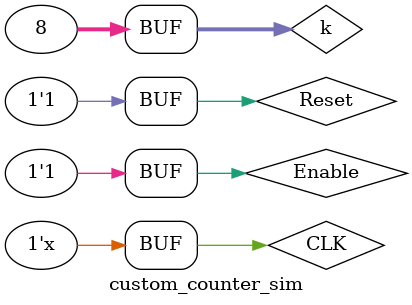
<source format=v>
`timescale 1ns / 1ps

module custom_counter_sim;

reg CLK;
reg Reset;
reg Enable;
wire [2:0] Q;
integer k;

custom_counter ttul(.CLK(CLK), .Reset(Reset), .Enable(Enable), .Q(Q));

always #1 CLK = !CLK;

initial
    begin
        // Reset high, enable low
        CLK = 0; Reset = 1; Enable = 0;
        for(k = 0; k < 8; k = k + 1)
            #2;
            
        // Reset low, enable high
        CLK = 0; Reset = 0; Enable = 1;
        for(k = 0; k < 16; k = k + 1)
            #2;
            
        // Reset high, enable high
        CLK = 0; Reset = 1; Enable = 1;
        for(k = 0; k < 8; k = k + 1)
            #2;
        
        // Reset low, enable low
        CLK = 0; Reset = 1; Enable = 1;
        for(k = 0; k < 8; k = k + 1)
            #2;
             
    end 

endmodule

</source>
